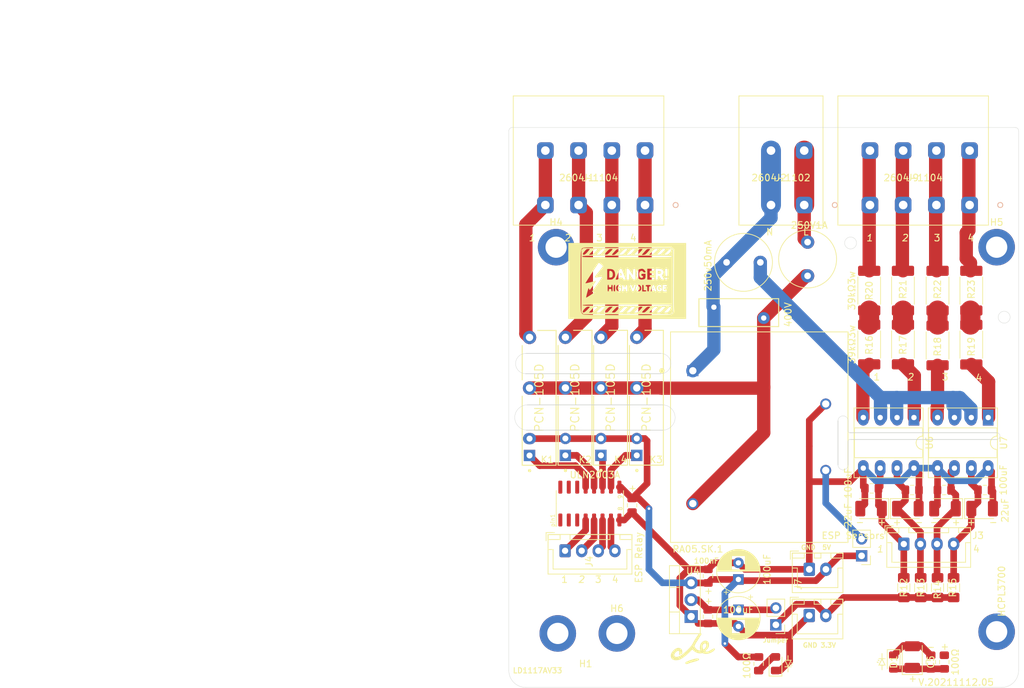
<source format=kicad_pcb>
(kicad_pcb (version 20171130) (host pcbnew "(5.1.12)-1")
  (layers (0 F.Cu signal) (31 B.Cu signal) (34 B.Paste user hide) (35 F.Paste user hide) (36 B.SilkS user) (37 F.SilkS user) (38 B.Mask user hide) (39 F.Mask user) (44 Edge.Cuts user))
  (net 0 "")
  (net 1 "220VAC(L)")
  (net 2 "220VAC(N)")
  (net 3 5V+)
  (net 4 3.3V+)
  (net 5 Sens4)
  (net 6 Sens3)
  (net 7 Sens2)
  (net 8 Sens1)
  (net 9 REO4)
  (net 10 REO3)
  (net 11 REO2)
  (net 12 REO1)
  (net 13 "GND(5V)")
  (net 14 REI1)
  (net 15 REI2)
  (net 16 REI3)
  (net 17 REI4)
  (net 18 EspSens1)
  (net 19 EspSens2)
  (net 20 EspSens3)
  (net 21 EspSens4)
  (net 22 EspRel1)
  (net 23 EspRel2)
  (net 24 EspRel3)
  (net 25 EspRel4)
  (net 26 "Net-(100uF_2-Pad1)")
  (net 27 "Net-(R16-Pad2)")
  (net 28 L_IN)
  (net 29 N_IN)
  (net 30 "Net-(C5-Pad2)")
  (net 31 "Net-(C5-Pad1)")
  (net 32 "Net-(D2-Pad2)")
  (net 33 "Net-(J8-Pad2)")
  (net 34 "Net-(R16-Pad1)")
  (net 35 "Net-(R17-Pad2)")
  (net 36 "Net-(R17-Pad1)")
  (net 37 "Net-(R18-Pad2)")
  (net 38 "Net-(R18-Pad1)")
  (net 39 "Net-(R19-Pad2)")
  (net 40 "Net-(R19-Pad1)")
  (net 41 "Net-(H5-Pad1)")
  (module Package_DIP:DIP-8_W7.62mm_Socket_LongPads (layer F.Cu) (at 197.2945 111.0615 270)
    (fp_text reference U7 (at 3.81 -2.33 90) (layer F.SilkS))
    (fp_text value LDA210-PDIP)
    (pad 8 thru_hole oval (at 7.62 0 270) (size 2.4 1.6) (drill 0.8) (layers *.Cu *.Mask) (net 13 "GND(5V)"))
    (pad 4 thru_hole oval (at 0 7.62 270) (size 2.4 1.6) (drill 0.8) (layers *.Cu *.Mask) (net 37 "Net-(R18-Pad2)"))
    (pad 7 thru_hole oval (at 7.62 2.54 270) (size 2.4 1.6) (drill 0.8) (layers *.Cu *.Mask) (net 21 EspSens4))
    (pad 3 thru_hole oval (at 0 5.08 270) (size 2.4 1.6) (drill 0.8) (layers *.Cu *.Mask) (net 2 "220VAC(N)"))
    (pad 6 thru_hole oval (at 7.62 5.08 270) (size 2.4 1.6) (drill 0.8) (layers *.Cu *.Mask) (net 20 EspSens3))
    (pad 2 thru_hole oval (at 0 2.54 270) (size 2.4 1.6) (drill 0.8) (layers *.Cu *.Mask) (net 2 "220VAC(N)"))
    (pad 5 thru_hole oval (at 7.62 7.62 270) (size 2.4 1.6) (drill 0.8) (layers *.Cu *.Mask) (net 13 "GND(5V)"))
    (pad 1 thru_hole rect (at 0 0 270) (size 2.4 1.6) (drill 0.8) (layers *.Cu *.Mask) (net 39 "Net-(R19-Pad2)"))
  )
  (module Package_DIP:DIP-8_W7.62mm_Socket_LongPads (layer F.Cu) (at 186.1185 111.0615 270)
    (fp_text reference U6 (at 3.81 -2.33 90) (layer F.SilkS))
    (fp_text value LDA210-PDIP)
    (pad 8 thru_hole oval (at 7.62 0 270) (size 2.4 1.6) (drill 0.8) (layers *.Cu *.Mask) (net 13 "GND(5V)"))
    (pad 4 thru_hole oval (at 0 7.62 270) (size 2.4 1.6) (drill 0.8) (layers *.Cu *.Mask) (net 27 "Net-(R16-Pad2)"))
    (pad 7 thru_hole oval (at 7.62 2.54 270) (size 2.4 1.6) (drill 0.8) (layers *.Cu *.Mask) (net 19 EspSens2))
    (pad 3 thru_hole oval (at 0 5.08 270) (size 2.4 1.6) (drill 0.8) (layers *.Cu *.Mask) (net 2 "220VAC(N)"))
    (pad 6 thru_hole oval (at 7.62 5.08 270) (size 2.4 1.6) (drill 0.8) (layers *.Cu *.Mask) (net 18 EspSens1))
    (pad 2 thru_hole oval (at 0 2.54 270) (size 2.4 1.6) (drill 0.8) (layers *.Cu *.Mask) (net 2 "220VAC(N)"))
    (pad 5 thru_hole oval (at 7.62 7.62 270) (size 2.4 1.6) (drill 0.8) (layers *.Cu *.Mask) (net 13 "GND(5V)"))
    (pad 1 thru_hole rect (at 0 0 270) (size 2.4 1.6) (drill 0.8) (layers *.Cu *.Mask) (net 35 "Net-(R17-Pad2)"))
  )
  (module Resistor_SMD:R_2512_6332Metric_Pad1.52x3.35mm_HandSolder (layer F.Cu) (at 194.7545 91.951 270)
    (fp_text reference R23 (at -0.1935 0 90) (layer F.SilkS))
    (fp_text value 39kΩ3w)
    (pad 2 smd roundrect (at 2.9875 0 270) (size 1.525 3.35) (layers F.Cu F.Paste F.Mask) (roundrect_rratio 0.163934) (net 40 "Net-(R19-Pad1)"))
    (pad 1 smd roundrect (at -2.9875 0 270) (size 1.525 3.35) (layers F.Cu F.Paste F.Mask) (roundrect_rratio 0.163934) (net 5 Sens4))
  )
  (module Resistor_SMD:R_2512_6332Metric_Pad1.52x3.35mm_HandSolder (layer F.Cu) (at 189.6745 91.951 270)
    (fp_text reference R22 (at -0.1935 0 90) (layer F.SilkS))
    (fp_text value 39kΩ3w)
    (pad 2 smd roundrect (at 2.9875 0 270) (size 1.525 3.35) (layers F.Cu F.Paste F.Mask) (roundrect_rratio 0.163934) (net 38 "Net-(R18-Pad1)"))
    (pad 1 smd roundrect (at -2.9875 0 270) (size 1.525 3.35) (layers F.Cu F.Paste F.Mask) (roundrect_rratio 0.163934) (net 6 Sens3))
  )
  (module Resistor_SMD:R_2512_6332Metric_Pad1.52x3.35mm_HandSolder (layer F.Cu) (at 194.7545 100.079 270)
    (fp_text reference R19 (at 0.3145 0 90) (layer F.SilkS))
    (fp_text value 39kΩ3w)
    (pad 2 smd roundrect (at 2.9875 0 270) (size 1.525 3.35) (layers F.Cu F.Paste F.Mask) (roundrect_rratio 0.163934) (net 39 "Net-(R19-Pad2)"))
    (pad 1 smd roundrect (at -2.9875 0 270) (size 1.525 3.35) (layers F.Cu F.Paste F.Mask) (roundrect_rratio 0.163934) (net 40 "Net-(R19-Pad1)"))
  )
  (module Resistor_SMD:R_2512_6332Metric_Pad1.52x3.35mm_HandSolder (layer F.Cu) (at 189.6745 100.206 270)
    (fp_text reference R18 (at 0.1875 0 90) (layer F.SilkS))
    (fp_text value 39kΩ3w)
    (pad 2 smd roundrect (at 2.9875 0 270) (size 1.525 3.35) (layers F.Cu F.Paste F.Mask) (roundrect_rratio 0.163934) (net 37 "Net-(R18-Pad2)"))
    (pad 1 smd roundrect (at -2.9875 0 270) (size 1.525 3.35) (layers F.Cu F.Paste F.Mask) (roundrect_rratio 0.163934) (net 38 "Net-(R18-Pad1)"))
  )
  (module Resistor_SMD:R_1206_3216Metric_Pad1.42x1.75mm_HandSolder (layer F.Cu) (at 192.0875 136.679 270)
    (fp_text reference R15 (at 0 0.127 90) (layer F.SilkS))
    (fp_text value 10kΩ)
    (pad 2 smd roundrect (at 1.4875 0 270) (size 1.425 1.75) (layers F.Cu F.Paste F.Mask) (roundrect_rratio 0.175439) (net 4 3.3V+))
    (pad 1 smd roundrect (at -1.4875 0 270) (size 1.425 1.75) (layers F.Cu F.Paste F.Mask) (roundrect_rratio 0.175439) (net 21 EspSens4))
  )
  (module Resistor_SMD:R_1206_3216Metric_Pad1.42x1.75mm_HandSolder (layer F.Cu) (at 189.6745 136.679 90)
    (fp_text reference R14 (at -0.2905 0 90) (layer F.SilkS))
    (fp_text value 10kΩ)
    (pad 2 smd roundrect (at 1.4875 0 90) (size 1.425 1.75) (layers F.Cu F.Paste F.Mask) (roundrect_rratio 0.175439) (net 20 EspSens3))
    (pad 1 smd roundrect (at -1.4875 0 90) (size 1.425 1.75) (layers F.Cu F.Paste F.Mask) (roundrect_rratio 0.175439) (net 4 3.3V+))
  )
  (module Capacitor_Tantalum_SMD:CP_EIA-3528-21_Kemet-B_Pad1.50x2.35mm_HandSolder (layer F.Cu) (at 196.3795 124.7775)
    (fp_text reference C14 hide)
    (fp_text value 22uF (at 3.455 0.254 270) (layer F.SilkS))
    (fp_text user + (at -1.625 2.032) (layer F.SilkS))
    (fp_text user - (at 1.677 2.032) (layer F.SilkS))
    (pad 2 smd roundrect (at 1.625 0) (size 1.5 2.35) (layers F.Cu F.Paste F.Mask) (roundrect_rratio 0.166667) (net 13 "GND(5V)"))
    (pad 1 smd roundrect (at -1.625 0) (size 1.5 2.35) (layers F.Cu F.Paste F.Mask) (roundrect_rratio 0.166667) (net 21 EspSens4))
  )
  (module Capacitor_Tantalum_SMD:CP_EIA-3528-21_Kemet-B_Pad1.50x2.35mm_HandSolder (layer F.Cu) (at 190.7915 124.7775 180)
    (fp_text reference C13 hide)
    (fp_text value 22uF hide)
    (fp_text user + (at -1.677 -2.032 180) (layer F.SilkS))
    (fp_text user - (at 1.625 -2.032 180) (layer F.SilkS))
    (pad 2 smd roundrect (at 1.625 0 180) (size 1.5 2.35) (layers F.Cu F.Paste F.Mask) (roundrect_rratio 0.166667) (net 13 "GND(5V)"))
    (pad 1 smd roundrect (at -1.625 0 180) (size 1.5 2.35) (layers F.Cu F.Paste F.Mask) (roundrect_rratio 0.166667) (net 20 EspSens3))
  )
  (module Capacitor_SMD:C_0805_2012Metric_Pad1.15x1.40mm_HandSolder (layer F.Cu) (at 196.7775 121.9835)
    (fp_text reference C10 hide)
    (fp_text value 100uF (at 2.803 -1.524 90) (layer F.SilkS))
    (pad 2 smd roundrect (at 1.025 0) (size 1.15 1.4) (layers F.Cu F.Paste F.Mask) (roundrect_rratio 0.217391) (net 13 "GND(5V)"))
    (pad 1 smd roundrect (at -1.025 0) (size 1.15 1.4) (layers F.Cu F.Paste F.Mask) (roundrect_rratio 0.217391) (net 21 EspSens4))
  )
  (module Capacitor_SMD:C_0805_2012Metric_Pad1.15x1.40mm_HandSolder (layer F.Cu) (at 190.6815 121.9835 180)
    (fp_text reference C9 hide)
    (fp_text value 100uF)
    (pad 2 smd roundrect (at 1.025 0 180) (size 1.15 1.4) (layers F.Cu F.Paste F.Mask) (roundrect_rratio 0.217391) (net 13 "GND(5V)"))
    (pad 1 smd roundrect (at -1.025 0 180) (size 1.15 1.4) (layers F.Cu F.Paste F.Mask) (roundrect_rratio 0.217391) (net 20 EspSens3))
  )
  (module Capacitor_SMD:C_0805_2012Metric_Pad1.15x1.40mm_HandSolder (layer F.Cu) (at 185.8555 121.9835)
    (fp_text reference C8 hide)
    (fp_text value 100uF)
    (pad 2 smd roundrect (at 1.025 0) (size 1.15 1.4) (layers F.Cu F.Paste F.Mask) (roundrect_rratio 0.217391) (net 13 "GND(5V)"))
    (pad 1 smd roundrect (at -1.025 0) (size 1.15 1.4) (layers F.Cu F.Paste F.Mask) (roundrect_rratio 0.217391) (net 19 EspSens2))
  )
  (module Capacitor_SMD:C_0805_2012Metric_Pad1.15x1.40mm_HandSolder (layer F.Cu) (at 179.7595 121.7295 180)
    (fp_text reference C7 hide)
    (fp_text value 100uF (at 3.547 0.762 270) (layer F.SilkS))
    (pad 2 smd roundrect (at 1.025 0 180) (size 1.15 1.4) (layers F.Cu F.Paste F.Mask) (roundrect_rratio 0.217391) (net 13 "GND(5V)"))
    (pad 1 smd roundrect (at -1.025 0 180) (size 1.15 1.4) (layers F.Cu F.Paste F.Mask) (roundrect_rratio 0.217391) (net 18 EspSens1))
  )
  (module MountingHole:MountingHole_3.2mm_M3_ISO14580_Pad (layer F.Cu) (at 141.4145 143.5735)
    (fp_text reference H6 (at 0 -3.75) (layer F.SilkS))
    (fp_text value MountingHole_Pad)
    (pad 1 thru_hole circle (at 0 0) (size 5.5 5.5) (drill 3.2) (layers *.Cu *.Mask))
  )
  (module MountingHole:MountingHole_3.2mm_M3_ISO14580_Pad (layer F.Cu) (at 198.5645 85.4075)
    (fp_text reference H5 (at 0 -3.75) (layer F.SilkS))
    (fp_text value MountingHole_Pad)
    (pad 1 thru_hole circle (at 0 0) (size 5.5 5.5) (drill 3.2) (layers *.Cu *.Mask) (net 41 "Net-(H5-Pad1)"))
  )
  (module MountingHole:MountingHole_3.2mm_M3_ISO14580_Pad (layer F.Cu) (at 132.2705 85.4075)
    (fp_text reference H4 (at 0 -3.75) (layer F.SilkS))
    (fp_text value MountingHole_Pad)
    (pad 1 thru_hole circle (at 0 0) (size 5.5 5.5) (drill 3.2) (layers *.Cu *.Mask))
  )
  (module wago-2604-1104:big_pads_2604-1104 (layer F.Cu) (at 194.5005 79.0575 180)
    (fp_text reference J9 (at 8.499998 4.099999) (layer F.SilkS))
    (fp_text value 2604-1104 (at 8.499998 4.099999) (layer F.SilkS))
    (fp_text user * (at 0 0) (layer F.SilkS))
    (pad 1 thru_hole roundrect (at 0 0 180) (size 2.5 2.5) (drill 1.2954) (layers *.Cu *.Mask) (net 5 Sens4))
    (pad 3 thru_hole roundrect (at 5 0 180) (size 2.5 2.5) (drill 1.2954) (layers *.Cu *.Mask) (net 6 Sens3))
    (pad 5 thru_hole roundrect (at 10 0 180) (size 2.5 2.5) (drill 1.2954) (layers *.Cu *.Mask) (net 7 Sens2))
    (pad 7 thru_hole roundrect (at 15 0 180) (size 2.5 2.5) (drill 1.2954) (layers *.Cu *.Mask) (net 8 Sens1))
    (pad 2 thru_hole roundrect (at 0 8.199999 180) (size 2.5 2.5) (drill 1.2954) (layers *.Cu *.Mask) (net 5 Sens4))
    (pad 4 thru_hole roundrect (at 5 8.199999 180) (size 2.5 2.5) (drill 1.2954) (layers *.Cu *.Mask) (net 6 Sens3))
    (pad 6 thru_hole roundrect (at 10 8.199999 180) (size 2.5 2.5) (drill 1.2954) (layers *.Cu *.Mask) (net 7 Sens2))
    (pad 8 thru_hole roundrect (at 15 8.199999 180) (size 2.5 2.5) (drill 1.2954) (layers *.Cu *.Mask) (net 8 Sens1))
  )
  (module wago-2604-1102:big_pads_2604-1102 (layer F.Cu) (at 169.6085 79.0575 180)
    (fp_text reference J2 (at 3.499998 4.099999) (layer F.SilkS))
    (fp_text value 2604-1102 (at 3.499998 4.099999) (layer F.SilkS))
    (fp_text user * (at 0 0) (layer F.SilkS))
    (pad 1 thru_hole roundrect (at 0 0 180) (size 2.5 2.5) (drill 1.2954) (layers *.Cu *.Mask) (net 28 L_IN))
    (pad 3 thru_hole roundrect (at 5 0 180) (size 2.5 2.5) (drill 1.2954) (layers *.Cu *.Mask) (net 29 N_IN))
    (pad 2 thru_hole roundrect (at 0 8.199999 180) (size 2.5 2.5) (drill 1.2954) (layers *.Cu *.Mask) (net 28 L_IN))
    (pad 4 thru_hole roundrect (at 5 8.199999 180) (size 2.5 2.5) (drill 1.2954) (layers *.Cu *.Mask) (net 29 N_IN))
  )
  (module wago-2604-1104:big_pads_2604-1104 (layer F.Cu) (at 145.6525 79.0575 180)
    (fp_text reference J1 (at 8.499998 4.099999) (layer F.SilkS))
    (fp_text value 2604-1104 (at 8.499998 4.099999) (layer F.SilkS))
    (fp_text user * (at 0 0) (layer F.SilkS))
    (pad 1 thru_hole roundrect (at 0 0 180) (size 2.5 2.5) (drill 1.2954) (layers *.Cu *.Mask) (net 9 REO4))
    (pad 3 thru_hole roundrect (at 5 0 180) (size 2.5 2.5) (drill 1.2954) (layers *.Cu *.Mask) (net 10 REO3))
    (pad 5 thru_hole roundrect (at 10 0 180) (size 2.5 2.5) (drill 1.2954) (layers *.Cu *.Mask) (net 11 REO2))
    (pad 7 thru_hole roundrect (at 15 0 180) (size 2.5 2.5) (drill 1.2954) (layers *.Cu *.Mask) (net 12 REO1))
    (pad 2 thru_hole roundrect (at 0 8.199999 180) (size 2.5 2.5) (drill 1.2954) (layers *.Cu *.Mask) (net 9 REO4))
    (pad 4 thru_hole roundrect (at 5 8.199999 180) (size 2.5 2.5) (drill 1.2954) (layers *.Cu *.Mask) (net 10 REO3))
    (pad 6 thru_hole roundrect (at 10 8.199999 180) (size 2.5 2.5) (drill 1.2954) (layers *.Cu *.Mask) (net 11 REO2))
    (pad 8 thru_hole roundrect (at 15 8.199999 180) (size 2.5 2.5) (drill 1.2954) (layers *.Cu *.Mask) (net 12 REO1))
  )
  (module PCN:bigpads_TE_Connectivity-PCN-124D (layer F.Cu) (at 129.72 108.096499 90)
    (fp_text reference K1 (at -9.315001 2.2965) (layer F.SilkS) (effects (justify right)))
    (fp_text value PCN-105D (at 0 0 90) (layer F.SilkS) (effects (font (size 1.27 1.27))))
    (pad A1 thru_hole rect (at -8.680001 -1.45 90) (size 1.7 1.7) (drill 0.9) (layers *.Cu *.Mask) (net 14 REI1))
    (pad A2 thru_hole oval (at -6.140001 -1.45 90) (size 1.7 1.95) (drill 0.9) (layers *.Cu *.Mask) (net 3 5V+))
    (pad 14 thru_hole circle (at 1.479999 -1.45 90) (size 2 2) (drill 1.1) (layers *.Cu *.Mask) (net 1 "220VAC(L)"))
    (pad 11 thru_hole circle (at 9.099999 -1.45 90) (size 2 2) (drill 1.1) (layers *.Cu *.Mask) (net 12 REO1))
  )
  (module PCN:bigpads_TE_Connectivity-PCN-124D (layer F.Cu) (at 145.8595 108.077 90)
    (fp_text reference K3 (at -9.3345 0.381 180) (layer F.SilkS) (effects (justify left)))
    (fp_text value PCN-105D (at 0 0 90) (layer F.SilkS) (effects (font (size 1.27 1.27))))
    (pad A1 thru_hole rect (at -8.680001 -1.45 90) (size 1.7 1.7) (drill 0.9) (layers *.Cu *.Mask) (net 17 REI4))
    (pad A2 thru_hole circle (at -6.140001 -1.45 90) (size 1.7 1.7) (drill 0.9) (layers *.Cu *.Mask) (net 3 5V+))
    (pad 14 thru_hole circle (at 1.479999 -1.45 90) (size 2 2) (drill 1.1) (layers *.Cu *.Mask) (net 1 "220VAC(L)"))
    (pad 11 thru_hole circle (at 9.099999 -1.45 90) (size 2 2) (drill 1.1) (layers *.Cu *.Mask) (net 9 REO4))
  )
  (module PCN:bigpads_TE_Connectivity-PCN-124D (layer F.Cu) (at 140.462 108.077 90)
    (fp_text reference K4 (at -9.3345 0.4445 180) (layer F.SilkS) (effects (justify left)))
    (fp_text value PCN-105D (at 0 0 90) (layer F.SilkS) (effects (font (size 1.27 1.27))))
    (pad A1 thru_hole rect (at -8.680001 -1.45 90) (size 1.7 1.7) (drill 0.9) (layers *.Cu *.Mask) (net 16 REI3))
    (pad A2 thru_hole circle (at -6.140001 -1.45 90) (size 1.7 1.7) (drill 0.9) (layers *.Cu *.Mask) (net 3 5V+))
    (pad 14 thru_hole circle (at 1.479999 -1.45 90) (size 2 2) (drill 1.1) (layers *.Cu *.Mask) (net 1 "220VAC(L)"))
    (pad 11 thru_hole circle (at 9.099999 -1.45 90) (size 2 2) (drill 1.1) (layers *.Cu *.Mask) (net 10 REO3))
  )
  (module PCN:bigpads_TE_Connectivity-PCN-124D (layer F.Cu) (at 135.1175 108.077 90)
    (fp_text reference K2 (at -9.3345 0.455 180) (layer F.SilkS) (effects (justify left)))
    (fp_text value PCN-105D (at 0 0 90) (layer F.SilkS) (effects (font (size 1.27 1.27))))
    (pad A1 thru_hole rect (at -8.680001 -1.45 90) (size 1.7 1.7) (drill 0.9) (layers *.Cu *.Mask) (net 15 REI2))
    (pad A2 thru_hole circle (at -6.140001 -1.45 90) (size 1.7 1.7) (drill 0.9) (layers *.Cu *.Mask) (net 3 5V+))
    (pad 14 thru_hole circle (at 1.479999 -1.45 90) (size 2 2) (drill 1.1) (layers *.Cu *.Mask) (net 1 "220VAC(L)"))
    (pad 11 thru_hole circle (at 9.099999 -1.45 90) (size 2 2) (drill 1.1) (layers *.Cu *.Mask) (net 11 REO2))
  )
  (module icons:led_6000dpi (layer F.Cu) (at 181.1655 147.828 90)
    (fp_text reference G*** hide)
    (fp_text value LOGO hide)
  )
  (module Resistor_SMD:R_0805_2012Metric_Pad1.15x1.40mm_HandSolder (layer F.Cu) (at 190.6905 147.8825 90)
    (fp_text reference R9)
    (fp_text value 100Ω (at 0 1.65 90) (layer F.SilkS))
    (fp_text user + (at 2.277 0 90) (layer F.SilkS))
    (pad 2 smd roundrect (at 1.025 0 90) (size 1.15 1.4) (layers F.Cu F.Paste F.Mask) (roundrect_rratio 0.217391))
    (pad 1 smd roundrect (at -1.025 0 90) (size 1.15 1.4) (layers F.Cu F.Paste F.Mask) (roundrect_rratio 0.217391) (net 31 "Net-(C5-Pad1)"))
  )
  (module LED_SMD:LED_0805_2012Metric_Pad1.15x1.40mm_HandSolder (layer F.Cu) (at 183.0705 147.8825 270)
    (fp_text reference D1 (at 0 0 90) (layer F.SilkS))
    (fp_text value LED)
    (pad 2 smd roundrect (at 1.025 0 270) (size 1.15 1.4) (layers F.Cu F.Paste F.Mask) (roundrect_rratio 0.217391) (net 31 "Net-(C5-Pad1)"))
    (pad 1 smd roundrect (at -1.025 0 270) (size 1.15 1.4) (layers F.Cu F.Paste F.Mask) (roundrect_rratio 0.217391) (net 30 "Net-(C5-Pad2)"))
  )
  (module Capacitor_Tantalum_SMD:CP_EIA-3528-21_Kemet-B_Pad1.50x2.35mm_HandSolder (layer F.Cu) (at 185.8645 147.1295 90)
    (fp_text reference C6)
    (fp_text value 22uF)
    (fp_text user + (at -3.302 0 270) (layer F.SilkS))
    (pad 2 smd roundrect (at 1.625 0 90) (size 1.5 2.35) (layers F.Cu F.Paste F.Mask) (roundrect_rratio 0.166667) (net 30 "Net-(C5-Pad2)"))
    (pad 1 smd roundrect (at -1.625 0 90) (size 1.5 2.35) (layers F.Cu F.Paste F.Mask) (roundrect_rratio 0.166667) (net 31 "Net-(C5-Pad1)"))
  )
  (module Capacitor_SMD:C_0805_2012Metric_Pad1.15x1.40mm_HandSolder (layer F.Cu) (at 188.6585 147.8825 90)
    (fp_text reference C5 (at 0 0 90) (layer F.SilkS))
    (fp_text value 100nF)
    (fp_text user - (at 2.277 0 180) (layer F.SilkS))
    (pad 2 smd roundrect (at 1.025 0 90) (size 1.15 1.4) (layers F.Cu F.Paste F.Mask) (roundrect_rratio 0.217391) (net 30 "Net-(C5-Pad2)"))
    (pad 1 smd roundrect (at -1.025 0 90) (size 1.15 1.4) (layers F.Cu F.Paste F.Mask) (roundrect_rratio 0.217391) (net 31 "Net-(C5-Pad1)"))
  )
  (module Capacitor_SMD:C_0805_2012Metric_Pad1.15x1.40mm_HandSolder (layer F.Cu) (at 155.1305 134.9465 90)
    (fp_text reference C2)
    (fp_text value 100nF (at 2.295 -0.254 180) (layer F.SilkS) (effects (font (size 0.8 0.8))))
    (fp_text user + (at -2.277 0 270) (layer F.SilkS))
    (pad 2 smd roundrect (at 1.025 0 90) (size 1.15 1.4) (layers F.Cu F.Paste F.Mask) (roundrect_rratio 0.217391) (net 13 "GND(5V)"))
    (pad 1 smd roundrect (at -1.025 0 90) (size 1.15 1.4) (layers F.Cu F.Paste F.Mask) (roundrect_rratio 0.217391) (net 3 5V+))
  )
  (module Capacitor_SMD:C_0805_2012Metric_Pad1.15x1.40mm_HandSolder (layer F.Cu) (at 155.1305 141.0425 270)
    (fp_text reference C3)
    (fp_text value 100nF)
    (fp_text user + (at -2.295 0 270) (layer F.SilkS))
    (pad 2 smd roundrect (at 1.025 0 270) (size 1.15 1.4) (layers F.Cu F.Paste F.Mask) (roundrect_rratio 0.217391) (net 13 "GND(5V)"))
    (pad 1 smd roundrect (at -1.025 0 270) (size 1.15 1.4) (layers F.Cu F.Paste F.Mask) (roundrect_rratio 0.217391) (net 26 "Net-(100uF_2-Pad1)"))
  )
  (module Capacitor_THT:CP_Radial_D6.3mm_P2.50mm (layer F.Cu) (at 159.7025 140.0175 270)
    (fp_text reference 100uF_2 hide)
    (fp_text value 100uF hide)
    (fp_text user 100uF (at 0 0) (layer F.SilkS))
    (pad 2 thru_hole circle (at 2.5 0 270) (size 1.6 1.6) (drill 0.8) (layers *.Cu *.Mask) (net 13 "GND(5V)"))
    (pad 1 thru_hole rect (at 0 0 270) (size 1.6 1.6) (drill 0.8) (layers *.Cu *.Mask) (net 26 "Net-(100uF_2-Pad1)"))
  )
  (module Capacitor_THT:CP_Radial_D6.3mm_P2.50mm (layer F.Cu) (at 159.7025 135.4455 90)
    (fp_text reference 100uF_1 hide)
    (fp_text value 100uF hide)
    (fp_text user 100uF (at 1.524 4.318 270) (layer F.SilkS))
    (pad 2 thru_hole circle (at 2.5 0 90) (size 1.6 1.6) (drill 0.8) (layers *.Cu *.Mask) (net 13 "GND(5V)"))
    (pad 1 thru_hole rect (at 0 0 90) (size 1.6 1.6) (drill 0.8) (layers *.Cu *.Mask) (net 3 5V+))
  )
  (module Package_TO_SOT_THT:TO-220-3_Vertical (layer F.Cu) (at 152.5905 141.0335 90)
    (fp_text reference U4 (at 6.858 0.254 180) (layer F.SilkS))
    (fp_text value LD1117AV33_TO220)
    (pad 3 thru_hole oval (at 5.08 0 90) (size 1.905 2) (drill 1.1) (layers *.Cu *.Mask) (net 3 5V+))
    (pad 2 thru_hole oval (at 2.54 0 90) (size 1.905 2) (drill 1.1) (layers *.Cu *.Mask) (net 26 "Net-(100uF_2-Pad1)"))
    (pad 1 thru_hole rect (at 0 0 90) (size 1.905 2) (drill 1.1) (layers *.Cu *.Mask) (net 13 "GND(5V)"))
  )
  (module Connector_JST:JST_XH_B4B-XH-A_1x04_P2.50mm_Vertical (layer F.Cu) (at 184.5945 130.1115)
    (fp_text reference J3 (at 11.176 -1.27 180) (layer F.SilkS))
    (fp_text value "ESP Sensors" (at -7.62 -1.27) (layer F.SilkS))
    (pad 4 thru_hole oval (at 7.5 0) (size 1.7 1.95) (drill 0.95) (layers *.Cu *.Mask) (net 21 EspSens4))
    (pad 3 thru_hole oval (at 5 0) (size 1.7 1.95) (drill 0.95) (layers *.Cu *.Mask) (net 20 EspSens3))
    (pad 2 thru_hole oval (at 2.5 0) (size 1.7 1.95) (drill 0.95) (layers *.Cu *.Mask) (net 19 EspSens2))
    (pad 1 thru_hole roundrect (at 0 0) (size 1.7 1.95) (drill 0.95) (layers *.Cu *.Mask) (roundrect_rratio 0.147059) (net 18 EspSens1))
  )
  (module LED_SMD:LED_0805_2012Metric_Pad1.15x1.40mm_HandSolder (layer F.Cu) (at 165.2905 148.1365 90)
    (fp_text reference D2 hide)
    (fp_text value LED hide)
    (pad 2 smd roundrect (at 1.025 0 90) (size 1.15 1.4) (layers F.Cu F.Paste F.Mask) (roundrect_rratio 0.217391) (net 32 "Net-(D2-Pad2)"))
    (pad 1 smd roundrect (at -1.025 0 90) (size 1.15 1.4) (layers F.Cu F.Paste F.Mask) (roundrect_rratio 0.217391) (net 13 "GND(5V)"))
  )
  (module Resistor_SMD:R_0805_2012Metric_Pad1.15x1.40mm_HandSolder (layer F.Cu) (at 162.7505 148.1455 90)
    (fp_text reference R11 hide)
    (fp_text value 100Ω (at -0.254 -1.778 90) (layer F.SilkS))
    (pad 2 smd roundrect (at 1.025 0 90) (size 1.15 1.4) (layers F.Cu F.Paste F.Mask) (roundrect_rratio 0.217391) (net 3 5V+))
    (pad 1 smd roundrect (at -1.025 0 90) (size 1.15 1.4) (layers F.Cu F.Paste F.Mask) (roundrect_rratio 0.217391) (net 32 "Net-(D2-Pad2)"))
  )
  (module Capacitor_SMD:C_0805_2012Metric_Pad1.15x1.40mm_HandSolder (layer F.Cu) (at 143.7005 124.2785 270)
    (fp_text reference C1)
    (fp_text value 100nF)
    (fp_text user + (at -2.531 0 270) (layer F.SilkS))
    (pad 2 smd roundrect (at 1.025 0 270) (size 1.15 1.4) (layers F.Cu F.Paste F.Mask) (roundrect_rratio 0.217391) (net 13 "GND(5V)"))
    (pad 1 smd roundrect (at -1.025 0 270) (size 1.15 1.4) (layers F.Cu F.Paste F.Mask) (roundrect_rratio 0.217391) (net 3 5V+))
  )
  (module Resistor_SMD:R_1206_3216Metric_Pad1.42x1.75mm_HandSolder (layer F.Cu) (at 187.1345 136.679 270)
    (fp_text reference R13 (at 0.00348 -0.02794 90) (layer F.SilkS))
    (fp_text value 10kΩ)
    (pad 2 smd roundrect (at 1.4875 0 270) (size 1.425 1.75) (layers F.Cu F.Paste F.Mask) (roundrect_rratio 0.175439) (net 4 3.3V+))
    (pad 1 smd roundrect (at -1.4875 0 270) (size 1.425 1.75) (layers F.Cu F.Paste F.Mask) (roundrect_rratio 0.175439) (net 19 EspSens2))
  )
  (module Resistor_SMD:R_1206_3216Metric_Pad1.42x1.75mm_HandSolder (layer F.Cu) (at 184.5945 136.679 90)
    (fp_text reference R12 (at 0 0 90) (layer F.SilkS))
    (fp_text value 10kΩ)
    (pad 2 smd roundrect (at 1.4875 0 90) (size 1.425 1.75) (layers F.Cu F.Paste F.Mask) (roundrect_rratio 0.175439) (net 18 EspSens1))
    (pad 1 smd roundrect (at -1.4875 0 90) (size 1.425 1.75) (layers F.Cu F.Paste F.Mask) (roundrect_rratio 0.175439) (net 4 3.3V+))
  )
  (module icons:led_6000dpi (layer F.Cu) (at 167.3225 148.1455 270)
    (fp_text reference G*** hide)
    (fp_text value LOGO hide)
  )
  (module icons:che (layer F.Cu) (at 152.8445 145.8595)
    (fp_text reference G*** hide)
    (fp_text value LOGO hide)
  )
  (module rac05-05sk:277 (layer F.Cu) (at 162.8445 114.0155)
    (fp_text reference RA05.SK.1 (at -9.238 16.858 180) (layer F.SilkS))
    (fp_text value RAC05.05SK.277)
    (pad 9 thru_hole circle (at 10 -5) (size 1.65 1.65) (drill 1.1) (layers *.Cu *.Mask) (net 13 "GND(5V)"))
    (pad 7 thru_hole circle (at 10 5) (size 1.65 1.65) (drill 1.1) (layers *.Cu *.Mask) (net 33 "Net-(J8-Pad2)"))
    (pad 5 thru_hole circle (at -10 10) (size 1.65 1.65) (drill 1.1) (layers *.Cu *.Mask) (net 1 "220VAC(L)"))
    (pad 1 thru_hole rect (at -10 -10) (size 1.65 1.65) (drill 1.1) (layers *.Cu *.Mask) (net 29 N_IN))
  )
  (module Package_SO:SOIC-16_3.9x9.9mm_P1.27mm (layer F.Cu) (at 137.3505 124.0155 90)
    (fp_text reference U1 hide)
    (fp_text value ULN2003A (at 4.318 0.762) (layer F.SilkS))
    (fp_text user pin1 (at -2.54 -5.588 90) (layer F.SilkS) (effects (font (size 0.6 0.6) (thickness 0.1))))
    (fp_text user 9 (at 1.016 4.572 90) (layer F.SilkS) (effects (font (size 0.6 0.6) (thickness 0.1))))
    (fp_text user 8 (at -0.762 4.572 90) (layer F.SilkS) (effects (font (size 0.6 0.6) (thickness 0.1))))
    (pad 1 smd roundrect (at -2.475 -4.445 90) (size 1.95 0.6) (layers F.Cu F.Paste F.Mask))
    (pad 2 smd roundrect (at -2.475 -3.175 90) (size 1.95 0.6) (layers F.Cu F.Paste F.Mask))
    (pad 3 smd roundrect (at -2.475 -1.905 90) (size 1.95 0.6) (layers F.Cu F.Paste F.Mask))
    (pad 4 smd roundrect (at -2.475 -0.635 90) (size 1.95 0.6) (layers F.Cu F.Paste F.Mask) (net 25 EspRel4))
    (pad 5 smd roundrect (at -2.475 0.635 90) (size 1.95 0.6) (layers F.Cu F.Paste F.Mask) (net 24 EspRel3))
    (pad 6 smd roundrect (at -2.475 1.905 90) (size 1.95 0.6) (layers F.Cu F.Paste F.Mask) (net 23 EspRel2))
    (pad 7 smd roundrect (at -2.475 3.175 90) (size 1.95 0.6) (layers F.Cu F.Paste F.Mask) (net 22 EspRel1))
    (pad 8 smd roundrect (at -2.475 4.445 90) (size 1.95 0.6) (layers F.Cu F.Paste F.Mask) (net 13 "GND(5V)"))
    (pad 9 smd roundrect (at 2.475 4.445 90) (size 1.95 0.6) (layers F.Cu F.Paste F.Mask) (net 3 5V+))
    (pad 10 smd roundrect (at 2.475 3.175 90) (size 1.95 0.6) (layers F.Cu F.Paste F.Mask) (net 17 REI4))
    (pad 11 smd roundrect (at 2.475 1.905 90) (size 1.95 0.6) (layers F.Cu F.Paste F.Mask) (net 16 REI3))
    (pad 12 smd roundrect (at 2.475 0.635 90) (size 1.95 0.6) (layers F.Cu F.Paste F.Mask) (net 15 REI2))
    (pad 13 smd roundrect (at 2.475 -0.635 90) (size 1.95 0.6) (layers F.Cu F.Paste F.Mask) (net 14 REI1))
    (pad 14 smd roundrect (at 2.475 -1.905 90) (size 1.95 0.6) (layers F.Cu F.Paste F.Mask))
    (pad 15 smd roundrect (at 2.475 -3.175 90) (size 1.95 0.6) (layers F.Cu F.Paste F.Mask))
    (pad 16 smd roundrect (at 2.475 -4.445 90) (size 1.95 0.6) (layers F.Cu F.Paste F.Mask))
  )
  (module Capacitor_Tantalum_SMD:CP_EIA-3528-21_Kemet-B_Pad1.50x2.35mm_HandSolder (layer F.Cu) (at 185.2035 124.7775)
    (fp_text reference C12 hide)
    (fp_text value 22uF hide)
    (fp_text user + (at -1.625 2.032) (layer F.SilkS))
    (fp_text user - (at 1.677 2.032) (layer F.SilkS))
    (pad 2 smd roundrect (at 1.625 0) (size 1.5 2.35) (layers F.Cu F.Paste F.Mask) (roundrect_rratio 0.166667) (net 13 "GND(5V)"))
    (pad 1 smd roundrect (at -1.625 0) (size 1.5 2.35) (layers F.Cu F.Paste F.Mask) (roundrect_rratio 0.166667) (net 19 EspSens2))
  )
  (module Capacitor_Tantalum_SMD:CP_EIA-3528-21_Kemet-B_Pad1.50x2.35mm_HandSolder (layer F.Cu) (at 179.6675 124.7775 180)
    (fp_text reference C11 hide)
    (fp_text value 22uF (at 3.455 -1.016 270) (layer F.SilkS))
    (fp_text user + (at -1.625 -2.032 180) (layer F.SilkS))
    (fp_text user - (at 1.677 -2.032 180) (layer F.SilkS))
    (pad 2 smd roundrect (at 1.625 0 180) (size 1.5 2.35) (layers F.Cu F.Paste F.Mask) (roundrect_rratio 0.166667) (net 13 "GND(5V)"))
    (pad 1 smd roundrect (at -1.625 0 180) (size 1.5 2.35) (layers F.Cu F.Paste F.Mask) (roundrect_rratio 0.166667) (net 18 EspSens1))
  )
  (module Fuse:Fuse_Littelfuse_372_D8.50mm (layer F.Cu) (at 157.9245 87.6935)
    (fp_text reference F2 hide)
    (fp_text value 250v50mA (at -2.794 0.508 270) (layer F.SilkS))
    (pad 2 thru_hole circle (at 5.08 0) (size 2 2) (drill 1) (layers *.Cu *.Mask) (net 2 "220VAC(N)"))
    (pad 1 thru_hole circle (at 0 0) (size 2 2) (drill 1) (layers *.Cu *.Mask) (net 29 N_IN))
  )
  (module Resistor_SMD:R_2512_6332Metric_Pad1.52x3.35mm_HandSolder (layer F.Cu) (at 184.4675 91.951 270)
    (fp_text reference R21 (at -0.1935 0 90) (layer F.SilkS))
    (fp_text value 39kΩ3w)
    (pad 2 smd roundrect (at 2.9875 0 270) (size 1.525 3.35) (layers F.Cu F.Paste F.Mask) (roundrect_rratio 0.163934) (net 36 "Net-(R17-Pad1)"))
    (pad 1 smd roundrect (at -2.9875 0 270) (size 1.525 3.35) (layers F.Cu F.Paste F.Mask) (roundrect_rratio 0.163934) (net 7 Sens2))
  )
  (module Resistor_SMD:R_2512_6332Metric_Pad1.52x3.35mm_HandSolder (layer F.Cu) (at 179.3875 91.951 270)
    (fp_text reference R20 (at 0 0 90) (layer F.SilkS))
    (fp_text value 39kΩ3w (at 0 2.62 90) (layer F.SilkS))
    (pad 2 smd roundrect (at 2.9875 0 270) (size 1.525 3.35) (layers F.Cu F.Paste F.Mask) (roundrect_rratio 0.163934) (net 34 "Net-(R16-Pad1)"))
    (pad 1 smd roundrect (at -2.9875 0 270) (size 1.525 3.35) (layers F.Cu F.Paste F.Mask) (roundrect_rratio 0.163934) (net 8 Sens1))
  )
  (module Connector_PinHeader_2.54mm:PinHeader_1x02_P2.54mm_Vertical (layer F.Cu) (at 165.3413 142.2781 180)
    (fp_text reference J5 hide)
    (fp_text value "Current Jumper" hide)
    (fp_text user Jumper (at 0.0508 -2.3114) (layer F.SilkS) (effects (font (size 0.7 0.7))))
    (pad 2 thru_hole oval (at 0 2.54 180) (size 1.7 1.7) (drill 1) (layers *.Cu *.Mask) (net 26 "Net-(100uF_2-Pad1)"))
    (pad 1 thru_hole rect (at 0 0 180) (size 1.7 1.7) (drill 1) (layers *.Cu *.Mask) (net 4 3.3V+))
  )
  (module Connector_JST:JST_XH_B2B-XH-A_1x02_P2.50mm_Vertical (layer F.Cu) (at 170.3597 140.8811)
    (fp_text reference J6 hide)
    (fp_text value "GND 3.3V" (at 1.5348 4.4704) (layer F.SilkS) (effects (font (size 0.7 0.7))))
    (pad 2 thru_hole oval (at 2.5 0) (size 1.7 2) (drill 1) (layers *.Cu *.Mask) (net 4 3.3V+))
    (pad 1 thru_hole roundrect (at 0 0) (size 1.7 2) (drill 1) (layers *.Cu *.Mask) (roundrect_rratio 0.147059) (net 13 "GND(5V)"))
  )
  (module Resistor_SMD:R_2512_6332Metric_Pad1.52x3.35mm_HandSolder (layer F.Cu) (at 179.3875 100.061 270)
    (fp_text reference R16 (at 0.0785 0 90) (layer F.SilkS))
    (fp_text value 39kΩ3w (at 0 2.62 90) (layer F.SilkS))
    (pad 2 smd roundrect (at 2.9875 0 270) (size 1.525 3.35) (layers F.Cu F.Paste F.Mask) (roundrect_rratio 0.163934) (net 27 "Net-(R16-Pad2)"))
    (pad 1 smd roundrect (at -2.9875 0 270) (size 1.525 3.35) (layers F.Cu F.Paste F.Mask) (roundrect_rratio 0.163934) (net 34 "Net-(R16-Pad1)"))
  )
  (module Resistor_SMD:R_2512_6332Metric_Pad1.52x3.35mm_HandSolder (layer F.Cu) (at 184.4675 100.061 270)
    (fp_text reference R17 (at 0.0785 0 90) (layer F.SilkS))
    (fp_text value 39kΩ3w)
    (pad 2 smd roundrect (at 2.9875 0 270) (size 1.525 3.35) (layers F.Cu F.Paste F.Mask) (roundrect_rratio 0.163934) (net 35 "Net-(R17-Pad2)"))
    (pad 1 smd roundrect (at -2.9875 0 270) (size 1.525 3.35) (layers F.Cu F.Paste F.Mask) (roundrect_rratio 0.163934) (net 36 "Net-(R17-Pad1)"))
  )
  (module Connector_PinHeader_2.54mm:PinHeader_1x02_P2.54mm_Vertical (layer F.Cu) (at 178.2445 131.8895 180)
    (fp_text reference J8 hide)
    (fp_text value "Current Jumper" hide)
    (pad 2 thru_hole oval (at 0 2.54 180) (size 1.7 1.7) (drill 1) (layers *.Cu *.Mask) (net 33 "Net-(J8-Pad2)"))
    (pad 1 thru_hole rect (at 0 0 180) (size 1.7 1.7) (drill 1) (layers *.Cu *.Mask) (net 3 5V+))
  )
  (module icons:danger1_negative (layer F.Cu) (at 142.9385 90.4875)
    (fp_text reference G*** hide)
    (fp_text value LOGO hide)
  )
  (module Varistor:RV_Disc_D12mm_W4.2mm_P7.5mm (layer F.Cu) (at 156.0125 94.44217)
    (fp_text reference RV1 hide)
    (fp_text value 400V (at 11.176 1.12533 90) (layer F.SilkS))
    (pad 2 thru_hole circle (at 7.5 1.63333) (size 1.8 1.8) (drill 0.8) (layers *.Cu *.Mask) (net 1 "220VAC(L)"))
    (pad 1 thru_hole circle (at 0 0) (size 1.8 1.8) (drill 0.8) (layers *.Cu *.Mask) (net 29 N_IN))
  )
  (module Connector_JST:JST_XH_B4B-XH-A_1x04_P2.50mm_Vertical (layer F.Cu) (at 133.6205 131.1275)
    (fp_text reference J4 (at 3.6322 1.6256 270) (layer F.SilkS))
    (fp_text value "ESP Relays")
    (pad 4 thru_hole oval (at 7.5 0) (size 1.7 1.95) (drill 0.95) (layers *.Cu *.Mask) (net 22 EspRel1))
    (pad 3 thru_hole oval (at 5 0) (size 1.7 1.95) (drill 0.95) (layers *.Cu *.Mask) (net 23 EspRel2))
    (pad 2 thru_hole oval (at 2.5 0) (size 1.7 1.95) (drill 0.95) (layers *.Cu *.Mask) (net 24 EspRel3))
    (pad 1 thru_hole roundrect (at 0 0) (size 1.7 1.95) (drill 0.95) (layers *.Cu *.Mask) (roundrect_rratio 0.147059) (net 25 EspRel4))
  )
  (module Connector_JST:JST_XH_B2B-XH-A_1x02_P2.50mm_Vertical (layer F.Cu) (at 170.3705 133.9215)
    (fp_text reference J7 (at -1.67322 2.2733 270) (layer F.SilkS))
    (fp_text value Conn_01x02)
    (pad 2 thru_hole oval (at 2.5 0) (size 1.7 2) (drill 1) (layers *.Cu *.Mask) (net 3 5V+))
    (pad 1 thru_hole roundrect (at 0 0) (size 1.7 2) (drill 1) (layers *.Cu *.Mask) (roundrect_rratio 0.147059) (net 13 "GND(5V)"))
  )
  (module MountingHole:MountingHole_3.2mm_M3_ISO14580_Pad (layer F.Cu) (at 198.5645 143.3195)
    (fp_text reference H2 (at 0.254 0) (layer F.SilkS))
    (fp_text value MountingHole_Pad)
    (pad 1 thru_hole circle (at 0 0) (size 5.5 5.5) (drill 3.2) (layers *.Cu *.Mask))
  )
  (module MountingHole:MountingHole_3.2mm_M3_ISO14580_Pad (layer F.Cu) (at 132.5245 143.5735)
    (fp_text reference H1 (at 4.191 4.572) (layer F.SilkS))
    (fp_text value MountingHole_Pad)
    (pad 1 thru_hole circle (at 0 0) (size 5.5 5.5) (drill 3.2) (layers *.Cu *.Mask))
  )
  (module Fuse:Fuse_Littelfuse_372_D8.50mm (layer F.Cu) (at 170.1165 84.6455 270)
    (fp_text reference F1)
    (fp_text value 250V1A (at -2.54 -0.254 180) (layer F.SilkS))
    (pad 2 thru_hole circle (at 5.08 0 270) (size 2 2) (drill 1) (layers *.Cu *.Mask) (net 1 "220VAC(L)"))
    (pad 1 thru_hole circle (at 0 0 270) (size 2 2) (drill 1) (layers *.Cu *.Mask) (net 28 L_IN))
  )
  (gr_line (start 176.2125 113.0935) (end 176.2125 111.5695) (layer Edge.Cuts) (width 0.05))
  (gr_arc (start 176.4665 114.6175) (end 176.4665 114.3635) (angle -90) (layer Edge.Cuts) (width 0.05))
  (gr_arc (start 198.5645 113.8555) (end 198.5645 114.3635) (angle -180) (layer Edge.Cuts) (width 0.05))
  (gr_arc (start 176.4665 113.0935) (end 176.2125 113.0935) (angle -90) (layer Edge.Cuts) (width 0.05))
  (gr_circle (center 176.584475 84.7725) (end 177.219475 84.1375) (layer Edge.Cuts) (width 0.05))
  (gr_arc (start 127.6985 102.9335) (end 127.6985 101.4095) (angle -180) (layer Edge.Cuts) (width 0.05))
  (gr_arc (start 148.0185 102.9335) (end 148.0185 104.4575) (angle -180) (layer Edge.Cuts) (width 0.05))
  (gr_text 3 (at 138.6205 135.4455) (layer F.SilkS) (effects (font (size 1 1))))
  (gr_text 2 (at 136.0805 135.4455) (layer F.SilkS) (effects (font (size 1 1) (thickness 0.15) italic)))
  (gr_text 1 (at 128.6435 84.0105) (layer F.SilkS) (effects (font (size 1 1) (thickness 0.15) italic)))
  (gr_text 2 (at 133.9775 84.0105) (layer F.SilkS) (effects (font (size 1 1) (thickness 0.15) italic)))
  (gr_text 4 (at 143.8835 84.0105) (layer F.SilkS) (effects (font (size 1 1))))
  (gr_text 3 (at 138.8035 84.0105) (layer F.SilkS) (effects (font (size 1 1))))
  (gr_text 1 (at 180.5305 104.9655) (layer F.SilkS) (effects (font (size 1 1))))
  (gr_text 3 (at 190.8175 104.9655) (layer F.SilkS) (effects (font (size 1 1))))
  (gr_text 1 (at 133.5405 135.4455) (layer F.SilkS) (effects (font (size 1 1))))
  (gr_line (start 148.0185 104.4575) (end 127.6985 104.4575) (layer Edge.Cuts) (width 0.1))
  (gr_line (start 127.6985 101.4095) (end 148.0185 101.4095) (layer Edge.Cuts) (width 0.1))
  (gr_arc (start 125.6665 67.8815) (end 125.6665 67.3735) (angle -90) (layer Edge.Cuts) (width 0.05))
  (gr_arc (start 175.4505 118.1735) (end 174.6885 118.1735) (angle -180) (layer Edge.Cuts) (width 0.05))
  (gr_arc (start 175.4505 111.5695) (end 176.2125 111.5695) (angle -180) (layer Edge.Cuts) (width 0.05))
  (gr_line (start 176.2125 114.6175) (end 176.2125 118.1735) (layer Edge.Cuts) (width 0.1))
  (gr_line (start 174.6885 118.1735) (end 174.6885 111.5695) (layer Edge.Cuts) (width 0.1))
  (gr_line (start 176.4665 113.3475) (end 198.5645 113.3475) (layer Edge.Cuts) (width 0.1))
  (gr_line (start 198.5645 114.3635) (end 176.4665 114.3635) (layer Edge.Cuts) (width 0.1))
  (gr_text 4 (at 141.1605 135.4455) (layer F.SilkS) (effects (font (size 1 1))))
  (gr_text 1 (at 181.0385 130.8735) (layer F.SilkS) (effects (font (size 1 1) (thickness 0.15) italic)))
  (gr_text 4 (at 195.5165 130.8735) (layer F.SilkS) (effects (font (size 1 1))))
  (gr_arc (start 148.2725 111.0615) (end 148.2725 112.9665) (angle -180) (layer Edge.Cuts) (width 0.05))
  (gr_text 2 (at 185.6105 104.9655) (layer F.SilkS) (effects (font (size 1 1) (thickness 0.15) italic)))
  (gr_text 4 (at 195.8975 105.0925) (layer F.SilkS) (effects (font (size 1 1))))
  (gr_arc (start 201.3585 67.8815) (end 201.8665 67.8815) (angle -90) (layer Edge.Cuts) (width 0.05))
  (gr_arc (start 199.3265 149.1615) (end 199.3265 151.7015) (angle -90) (layer Edge.Cuts) (width 0.05))
  (gr_arc (start 127.6985 149.1615) (end 125.1585 149.1615) (angle -90) (layer Edge.Cuts) (width 0.05))
  (gr_circle (center 199.698475 95.9485) (end 200.333475 95.3135) (layer Edge.Cuts) (width 0.05))
  (gr_arc (start 127.9525 111.0615) (end 127.9525 109.1565) (angle -175.6167246) (layer Edge.Cuts) (width 0.05))
  (gr_text "ESP Relay" (at 144.7165 132.1435 90) (layer F.SilkS) (effects (font (size 1 1))))
  (gr_text LD1117AV33 (at 129.4765 149.1615) (layer F.SilkS) (effects (font (size 0.8 0.8))))
  (gr_text HCPL3700 (at 199.3265 137.2235 90) (layer F.SilkS) (effects (font (size 1 1))))
  (gr_text L (at 169.3545 83.1215) (layer F.SilkS) (effects (font (size 1 1)) (justify left)))
  (gr_text N (at 165.0365 83.1215) (layer F.SilkS) (effects (font (size 1 1)) (justify right)))
  (gr_text "GND  5V" (at 171.3865 130.6195) (layer F.SilkS) (effects (font (size 0.7 0.7))))
  (gr_text 4 (at 194.6835 84.0105) (layer F.SilkS) (effects (font (size 1 1))))
  (gr_text 3 (at 189.6035 84.0105) (layer F.SilkS) (effects (font (size 1 1))))
  (gr_text 2 (at 184.7775 84.0105) (layer F.SilkS) (effects (font (size 1 1) (thickness 0.15) italic)))
  (gr_text 1 (at 179.4435 84.0105) (layer F.SilkS) (effects (font (size 1 1) (thickness 0.15) italic)))
  (gr_text V.20211112.05 (at 192.4685 150.9395) (layer F.SilkS) (effects (font (size 1 1))))
  (gr_line (start 127.9525 109.1565) (end 148.2725 109.1565) (layer Edge.Cuts) (width 0.1))
  (gr_line (start 148.2725 112.9665) (end 127.806905 112.960928) (layer Edge.Cuts) (width 0.1))
  (gr_line (start 125.1585 149.1615) (end 125.1585 67.8815) (layer Edge.Cuts) (width 0.05))
  (gr_line (start 201.3585 67.3735) (end 125.6665 67.3735) (layer Edge.Cuts) (width 0.05))
  (gr_line (start 199.3265 151.7015) (end 127.6985 151.7015) (layer Edge.Cuts) (width 0.05))
  (gr_line (start 201.8665 149.1615) (end 201.8665 67.8815) (layer Edge.Cuts) (width 0.05))
  (segment (start 144.390001 106.6165) (end 144.4095 106.597001) (width 2) (layer F.Cu) (net 1))
  (segment (start 128.27 106.6165) (end 144.390001 106.6165) (width 2) (layer F.Cu) (net 1))
  (segment (start 169.8625 89.7255) (end 163.5125 96.0755) (width 2) (layer F.Cu) (net 1))
  (segment (start 170.1165 89.7255) (end 169.8625 89.7255) (width 2) (layer F.Cu) (net 1))
  (segment (start 163.5125 113.3475) (end 152.8445 124.0155) (width 2) (layer F.Cu) (net 1))
  (segment (start 163.361499 106.640501) (end 163.5125 106.4895) (width 2) (layer F.Cu) (net 1))
  (segment (start 148.163811 106.640501) (end 163.361499 106.640501) (width 2) (layer F.Cu) (net 1))
  (segment (start 148.120311 106.597001) (end 148.163811 106.640501) (width 2) (layer F.Cu) (net 1))
  (segment (start 144.4095 106.597001) (end 148.120311 106.597001) (width 2) (layer F.Cu) (net 1))
  (segment (start 163.5125 106.4895) (end 163.5125 113.3475) (width 2) (layer F.Cu) (net 1))
  (segment (start 163.5125 96.0755) (end 163.5125 106.4895) (width 2) (layer F.Cu) (net 1))
  (segment (start 194.694499 109.731499) (end 194.694499 111.0615) (width 2) (layer B.Cu) (net 2))
  (segment (start 192.00849 108.06149) (end 193.02449 108.06149) (width 2) (layer B.Cu) (net 2))
  (segment (start 183.518499 108.421499) (end 183.518499 111.0615) (width 2) (layer B.Cu) (net 2))
  (segment (start 183.53051 108.409488) (end 183.518499 108.421499) (width 2) (layer B.Cu) (net 2))
  (segment (start 183.53051 108.06149) (end 183.53051 108.409488) (width 2) (layer B.Cu) (net 2))
  (segment (start 183.53051 108.06149) (end 192.00849 108.06149) (width 2) (layer B.Cu) (net 2))
  (segment (start 181.08649 109.572521) (end 181.09851 109.584541) (width 2) (layer B.Cu) (net 2))
  (segment (start 181.08649 108.06149) (end 181.08649 109.572521) (width 2) (layer B.Cu) (net 2))
  (segment (start 181.09851 109.584541) (end 181.09851 111.0615) (width 2) (layer B.Cu) (net 2))
  (segment (start 181.08649 108.06149) (end 183.53051 108.06149) (width 2) (layer B.Cu) (net 2))
  (segment (start 193.02449 108.06149) (end 193.9925 109.0295) (width 2) (layer B.Cu) (net 2))
  (segment (start 193.9925 109.0295) (end 194.694499 109.731499) (width 2) (layer B.Cu) (net 2))
  (segment (start 192.27451 109.584541) (end 192.27451 111.00149) (width 2) (layer B.Cu) (net 2))
  (segment (start 192.00849 109.318521) (end 192.27451 109.584541) (width 2) (layer B.Cu) (net 2))
  (segment (start 192.00849 108.06149) (end 192.00849 109.318521) (width 2) (layer B.Cu) (net 2))
  (segment (start 163.0045 89.9795) (end 181.08649 108.06149) (width 2) (layer B.Cu) (net 2))
  (segment (start 163.0045 87.6935) (end 163.0045 89.9795) (width 2) (layer B.Cu) (net 2))
  (segment (start 141.9875 121.5405) (end 143.7005 123.2535) (width 1) (layer F.Cu) (net 3))
  (segment (start 141.7955 121.5405) (end 141.9875 121.5405) (width 1) (layer F.Cu) (net 3))
  (segment (start 155.6565 135.4455) (end 155.1305 135.9715) (width 1) (layer F.Cu) (net 3))
  (segment (start 159.7025 135.4455) (end 155.6565 135.4455) (width 1) (layer F.Cu) (net 3))
  (segment (start 152.1005 140.5435) (end 152.0825 140.5255) (width 1) (layer F.Cu) (net 13))
  (segment (start 155.1305 135.9715) (end 152.6085 135.9715) (width 1) (layer F.Cu) (net 3))
  (segment (start 159.87851 135.62151) (end 159.7025 135.4455) (width 1) (layer F.Cu) (net 3))
  (segment (start 171.36401 135.62151) (end 159.87851 135.62151) (width 1) (layer F.Cu) (net 3))
  (segment (start 172.8705 134.11502) (end 171.36401 135.62151) (width 1) (layer F.Cu) (net 3))
  (segment (start 172.8705 133.9215) (end 172.8705 134.11502) (width 1) (layer F.Cu) (net 3))
  (segment (start 128.27 114.2365) (end 144.284569 114.2365) (width 1) (layer F.Cu) (net 3))
  (segment (start 145.959501 120.994499) (end 143.7005 123.2535) (width 1) (layer F.Cu) (net 3))
  (segment (start 145.959501 114.564921) (end 145.959501 120.994499) (width 1) (layer F.Cu) (net 3))
  (segment (start 145.611581 114.217001) (end 145.959501 114.564921) (width 1) (layer F.Cu) (net 3))
  (segment (start 144.4095 114.217001) (end 145.611581 114.217001) (width 1) (layer F.Cu) (net 3))
  (segment (start 174.9025 131.8895) (end 172.8705 133.9215) (width 1) (layer F.Cu) (net 3))
  (segment (start 178.2445 131.8895) (end 174.9025 131.8895) (width 1) (layer F.Cu) (net 3))
  (segment (start 152.5905 135.9535) (end 148.2725 135.9535) (width 1) (layer B.Cu) (net 3))
  (segment (start 148.2725 135.9535) (end 146.2405 133.9215) (width 1) (layer B.Cu) (net 3))
  (via (at 146.2405 124.7775) (size 0.8) (drill 0.4) (layers F.Cu B.Cu) (net 3))
  (segment (start 146.2405 133.9215) (end 146.2405 124.7775) (width 1) (layer B.Cu) (net 3))
  (segment (start 144.7165 123.2535) (end 143.7005 123.2535) (width 1) (layer F.Cu) (net 3))
  (segment (start 146.2405 124.7775) (end 144.7165 123.2535) (width 1) (layer F.Cu) (net 3))
  (via (at 157.6705 145.0975) (size 0.8) (drill 0.4) (layers F.Cu B.Cu) (net 3))
  (segment (start 159.6935 147.1205) (end 157.6705 145.0975) (width 1) (layer F.Cu) (net 3))
  (segment (start 162.7505 147.1205) (end 159.6935 147.1205) (width 1) (layer F.Cu) (net 3))
  (segment (start 157.6705 137.4775) (end 159.7025 135.4455) (width 1) (layer B.Cu) (net 3))
  (segment (start 157.6705 145.0975) (end 157.6705 137.4775) (width 1) (layer B.Cu) (net 3))
  (segment (start 168.43831 139.18109) (end 165.3413 142.2781) (width 1) (layer F.Cu) (net 4))
  (segment (start 171.35321 139.18109) (end 168.43831 139.18109) (width 1) (layer F.Cu) (net 4))
  (segment (start 172.8597 140.68758) (end 171.35321 139.18109) (width 1) (layer F.Cu) (net 4))
  (segment (start 172.8597 140.8811) (end 172.8597 140.68758) (width 1) (layer F.Cu) (net 4))
  (segment (start 172.8597 140.8811) (end 172.8597 140.8303) (width 1) (layer F.Cu) (net 4))
  (segment (start 175.5235 138.1665) (end 192.0875 138.1665) (width 1) (layer F.Cu) (net 4))
  (segment (start 172.8597 140.8303) (end 175.5235 138.1665) (width 1) (layer F.Cu) (net 4))
  (segment (start 193.9925 87.131134) (end 194.6275 87.766134) (width 2) (layer F.Cu) (net 5))
  (segment (start 193.9925 83.245498) (end 193.9925 87.131134) (width 2) (layer F.Cu) (net 5))
  (segment (start 194.6275 87.766134) (end 194.6275 88.9635) (width 2) (layer F.Cu) (net 5))
  (segment (start 194.3875 82.850498) (end 193.9925 83.245498) (width 2) (layer F.Cu) (net 5))
  (segment (start 194.3875 70.857501) (end 194.3875 82.850498) (width 2) (layer F.Cu) (net 5))
  (segment (start 189.3875 88.8035) (end 189.5475 88.9635) (width 2) (layer F.Cu) (net 6))
  (segment (start 189.3875 70.857501) (end 189.3875 88.8035) (width 2) (layer F.Cu) (net 6))
  (segment (start 184.3875 88.8835) (end 184.4675 88.9635) (width 2) (layer F.Cu) (net 7))
  (segment (start 184.3875 70.857501) (end 184.3875 88.8835) (width 2) (layer F.Cu) (net 7))
  (segment (start 179.3875 70.857501) (end 179.3875 88.9635) (width 2) (layer F.Cu) (net 8))
  (segment (start 145.6525 97.734001) (end 144.4095 98.977001) (width 2) (layer F.Cu) (net 9))
  (segment (start 145.6525 79.0575) (end 145.6525 97.734001) (width 2) (layer F.Cu) (net 9))
  (segment (start 145.6525 70.857501) (end 145.6525 79.0575) (width 2) (layer F.Cu) (net 9))
  (segment (start 140.6525 97.336501) (end 139.012 98.977001) (width 2) (layer F.Cu) (net 10))
  (segment (start 140.6525 79.0575) (end 140.6525 97.336501) (width 2) (layer F.Cu) (net 10))
  (segment (start 140.6525 70.857501) (end 140.6525 79.0575) (width 2) (layer F.Cu) (net 10))
  (segment (start 136.820501 95.824) (end 133.6675 98.977001) (width 2) (layer F.Cu) (net 11))
  (segment (start 136.820501 80.225501) (end 136.820501 95.824) (width 2) (layer F.Cu) (net 11))
  (segment (start 135.6525 79.0575) (end 136.820501 80.225501) (width 2) (layer F.Cu) (net 11))
  (segment (start 135.6525 70.857501) (end 135.6525 79.0575) (width 2) (layer F.Cu) (net 11))
  (segment (start 127.720499 98.446999) (end 128.27 98.9965) (width 2) (layer F.Cu) (net 12))
  (segment (start 127.720499 81.989501) (end 127.720499 98.446999) (width 2) (layer F.Cu) (net 12))
  (segment (start 130.6525 79.0575) (end 127.720499 81.989501) (width 2) (layer F.Cu) (net 12))
  (segment (start 130.6525 70.857501) (end 130.6525 79.0575) (width 2) (layer F.Cu) (net 12))
  (segment (start 142.5135 126.4905) (end 143.7005 125.3035) (width 1) (layer F.Cu) (net 13))
  (segment (start 141.7955 126.4905) (end 142.5135 126.4905) (width 1) (layer F.Cu) (net 13))
  (segment (start 156.1065 132.9455) (end 155.1305 133.9215) (width 1) (layer F.Cu) (net 13))
  (segment (start 159.7025 132.9455) (end 156.1065 132.9455) (width 1) (layer F.Cu) (net 13))
  (segment (start 153.6245 142.0675) (end 155.1305 142.0675) (width 1) (layer F.Cu) (net 13))
  (segment (start 159.2525 142.0675) (end 159.7025 142.5175) (width 1) (layer F.Cu) (net 13))
  (segment (start 155.1305 142.0675) (end 159.2525 142.0675) (width 1) (layer F.Cu) (net 13))
  (segment (start 167.412699 143.828101) (end 170.3597 140.8811) (width 1) (layer F.Cu) (net 13))
  (segment (start 159.7025 142.5175) (end 161.013101 143.828101) (width 1) (layer F.Cu) (net 13))
  (segment (start 160.6785 133.9215) (end 159.7025 132.9455) (width 1) (layer F.Cu) (net 13))
  (segment (start 170.3705 133.9215) (end 160.6785 133.9215) (width 1) (layer F.Cu) (net 13))
  (segment (start 171.9815 109.8785) (end 172.8445 109.0155) (width 1) (layer F.Cu) (net 13))
  (segment (start 170.3705 111.4895) (end 171.9815 109.8785) (width 1) (layer F.Cu) (net 13))
  (segment (start 178.4985 121.4935) (end 178.7345 121.7295) (width 1) (layer F.Cu) (net 13))
  (segment (start 178.4985 118.6815) (end 178.4985 121.4935) (width 1) (layer F.Cu) (net 13))
  (segment (start 178.7345 124.0855) (end 178.0425 124.7775) (width 1) (layer F.Cu) (net 13))
  (segment (start 178.7345 121.7295) (end 178.7345 124.0855) (width 1) (layer F.Cu) (net 13))
  (segment (start 186.8805 124.7255) (end 186.8285 124.7775) (width 1) (layer F.Cu) (net 13))
  (segment (start 186.8805 121.9835) (end 186.8805 124.7255) (width 1) (layer F.Cu) (net 13))
  (segment (start 186.8805 119.4435) (end 186.1185 118.6815) (width 1) (layer F.Cu) (net 13))
  (segment (start 186.8805 121.9835) (end 186.8805 119.4435) (width 1) (layer F.Cu) (net 13))
  (segment (start 189.6745 121.9655) (end 189.6565 121.9835) (width 1) (layer F.Cu) (net 13))
  (segment (start 189.6745 118.6815) (end 189.6745 121.9655) (width 1) (layer F.Cu) (net 13))
  (segment (start 189.6565 124.2875) (end 189.1665 124.7775) (width 1) (layer F.Cu) (net 13))
  (segment (start 189.6565 121.9835) (end 189.6565 124.2875) (width 1) (layer F.Cu) (net 13))
  (segment (start 198.0045 122.1855) (end 197.8025 121.9835) (width 1) (layer F.Cu) (net 13))
  (segment (start 198.0045 124.7775) (end 198.0045 122.1855) (width 1) (layer F.Cu) (net 13))
  (segment (start 197.8025 119.1895) (end 197.2945 118.6815) (width 1) (layer F.Cu) (net 13))
  (segment (start 197.8025 121.9835) (end 197.8025 119.1895) (width 1) (layer F.Cu) (net 13))
  (segment (start 191.57451 120.58151) (end 189.6745 118.6815) (width 1) (layer B.Cu) (net 13))
  (segment (start 195.375824 120.58151) (end 191.57451 120.58151) (width 1) (layer B.Cu) (net 13))
  (segment (start 197.275834 118.6815) (end 195.375824 120.58151) (width 1) (layer B.Cu) (net 13))
  (segment (start 197.2945 118.6815) (end 197.275834 118.6815) (width 1) (layer B.Cu) (net 13))
  (segment (start 189.6745 118.6815) (end 186.1185 118.6815) (width 1) (layer B.Cu) (net 13))
  (segment (start 184.199824 120.58151) (end 180.39851 120.58151) (width 1) (layer B.Cu) (net 13))
  (segment (start 186.099834 118.6815) (end 184.199824 120.58151) (width 1) (layer B.Cu) (net 13))
  (segment (start 180.39851 120.58151) (end 178.4985 118.6815) (width 1) (layer B.Cu) (net 13))
  (segment (start 186.1185 118.6815) (end 186.099834 118.6815) (width 1) (layer B.Cu) (net 13))
  (segment (start 170.3705 115.3795) (end 170.3705 111.4895) (width 1) (layer F.Cu) (net 13))
  (segment (start 176.4665 120.7135) (end 178.4985 118.6815) (width 1) (layer F.Cu) (net 13))
  (segment (start 170.3705 120.7135) (end 176.4665 120.7135) (width 1) (layer F.Cu) (net 13))
  (segment (start 170.3705 133.9215) (end 170.3705 120.7135) (width 1) (layer F.Cu) (net 13))
  (segment (start 170.3705 120.7135) (end 170.3705 115.3795) (width 1) (layer F.Cu) (net 13))
  (segment (start 152.237998 133.9215) (end 153.3525 133.9215) (width 1) (layer F.Cu) (net 13))
  (segment (start 150.89049 135.269008) (end 152.237998 133.9215) (width 1) (layer F.Cu) (net 13))
  (segment (start 150.89049 139.33349) (end 150.89049 135.269008) (width 1) (layer F.Cu) (net 13))
  (segment (start 152.5905 141.0335) (end 150.89049 139.33349) (width 1) (layer F.Cu) (net 13))
  (segment (start 155.1305 133.9215) (end 153.3525 133.9215) (width 1) (layer F.Cu) (net 13))
  (segment (start 143.7005 125.384002) (end 152.237998 133.9215) (width 1) (layer F.Cu) (net 13))
  (segment (start 143.7005 125.3035) (end 143.7005 125.384002) (width 1) (layer F.Cu) (net 13))
  (segment (start 161.013101 143.828101) (end 167.412699 143.828101) (width 1) (layer F.Cu) (net 13))
  (segment (start 167.412699 147.739301) (end 167.412699 143.828101) (width 1) (layer F.Cu) (net 13))
  (segment (start 165.9905 149.1615) (end 167.412699 147.739301) (width 1) (layer F.Cu) (net 13))
  (segment (start 165.2905 149.1615) (end 165.9905 149.1615) (width 1) (layer F.Cu) (net 13))
  (segment (start 129.800502 118.307002) (end 135.184998 118.307002) (width 1) (layer F.Cu) (net 14))
  (segment (start 128.27 116.7765) (end 129.800502 118.307002) (width 1) (layer F.Cu) (net 14))
  (segment (start 136.7155 119.837504) (end 136.7155 121.5405) (width 1) (layer F.Cu) (net 14))
  (segment (start 135.184998 118.307002) (end 136.7155 119.837504) (width 1) (layer F.Cu) (net 14))
  (segment (start 137.9855 119.375001) (end 137.9855 121.5405) (width 1) (layer F.Cu) (net 15))
  (segment (start 135.3675 116.757001) (end 137.9855 119.375001) (width 1) (layer F.Cu) (net 15))
  (segment (start 133.6675 116.757001) (end 135.3675 116.757001) (width 1) (layer F.Cu) (net 15))
  (segment (start 139.2555 117.000501) (end 139.012 116.757001) (width 1) (layer F.Cu) (net 16))
  (segment (start 139.2555 121.5405) (end 139.2555 117.000501) (width 1) (layer F.Cu) (net 16))
  (segment (start 140.5255 118.941001) (end 140.5255 121.5405) (width 1) (layer F.Cu) (net 17))
  (segment (start 142.7095 116.757001) (end 140.5255 118.941001) (width 1) (layer F.Cu) (net 17))
  (segment (start 144.4095 116.757001) (end 142.7095 116.757001) (width 1) (layer F.Cu) (net 17))
  (segment (start 181.0385 121.4755) (end 180.7845 121.7295) (width 1) (layer F.Cu) (net 18))
  (segment (start 181.0385 118.6815) (end 181.0385 121.4755) (width 1) (layer F.Cu) (net 18))
  (segment (start 180.7845 124.2695) (end 181.2925 124.7775) (width 1) (layer F.Cu) (net 18))
  (segment (start 180.7845 121.7295) (end 180.7845 124.2695) (width 1) (layer F.Cu) (net 18))
  (segment (start 181.2925 126.8095) (end 181.2925 124.7775) (width 1) (layer F.Cu) (net 18))
  (segment (start 184.5945 130.1115) (end 181.2925 126.8095) (width 1) (layer F.Cu) (net 18))
  (segment (start 184.5945 130.1115) (end 184.5945 135.1915) (width 1) (layer F.Cu) (net 18))
  (segment (start 183.5785 120.7315) (end 184.8305 121.9835) (width 1) (layer F.Cu) (net 19))
  (segment (start 183.5785 118.6815) (end 183.5785 120.7315) (width 1) (layer F.Cu) (net 19))
  (segment (start 184.8305 123.5255) (end 183.5785 124.7775) (width 1) (layer F.Cu) (net 19))
  (segment (start 184.8305 121.9835) (end 184.8305 123.5255) (width 1) (layer F.Cu) (net 19))
  (segment (start 187.0945 128.2935) (end 187.0945 130.1115) (width 1) (layer F.Cu) (net 19))
  (segment (start 183.5785 124.7775) (end 187.0945 128.2935) (width 1) (layer F.Cu) (net 19))
  (segment (start 187.0945 135.1515) (end 187.1345 135.1915) (width 1) (layer F.Cu) (net 19))
  (segment (start 187.0945 130.1115) (end 187.0945 135.1515) (width 1) (layer F.Cu) (net 19))
  (segment (start 192.4165 122.6935) (end 191.7065 121.9835) (width 1) (layer F.Cu) (net 20))
  (segment (start 192.4165 124.7775) (end 192.4165 122.6935) (width 1) (layer F.Cu) (net 20))
  (segment (start 191.7065 119.1895) (end 192.2145 118.6815) (width 1) (layer F.Cu) (net 20))
  (segment (start 191.7065 121.9835) (end 191.7065 119.1895) (width 1) (layer F.Cu) (net 20))
  (segment (start 189.5945 127.5995) (end 192.4165 124.7775) (width 1) (layer F.Cu) (net 20))
  (segment (start 189.5945 130.1115) (end 189.5945 127.5995) (width 1) (layer F.Cu) (net 20))
  (segment (start 189.5945 135.1115) (end 189.6745 135.1915) (width 1) (layer F.Cu) (net 20))
  (segment (start 189.5945 130.1115) (end 189.5945 135.1115) (width 1) (layer F.Cu) (net 20))
  (segment (start 194.7545 120.9855) (end 195.7525 121.9835) (width 1) (layer F.Cu) (net 21))
  (segment (start 194.7545 118.6815) (end 194.7545 120.9855) (width 1) (layer F.Cu) (net 21))
  (segment (start 195.7525 123.7795) (end 194.7545 124.7775) (width 1) (layer F.Cu) (net 21))
  (segment (start 195.7525 121.9835) (end 195.7525 123.7795) (width 1) (layer F.Cu) (net 21))
  (segment (start 194.7545 127.4515) (end 194.7545 124.7775) (width 1) (layer F.Cu) (net 21))
  (segment (start 192.0945 130.1115) (end 194.7545 127.4515) (width 1) (layer F.Cu) (net 21))
  (segment (start 192.0945 135.1845) (end 192.0875 135.1915) (width 1) (layer F.Cu) (net 21))
  (segment (start 192.0945 130.1115) (end 192.0945 135.1845) (width 1) (layer F.Cu) (net 21))
  (segment (start 140.5255 130.5325) (end 140.5255 126.4905) (width 1) (layer F.Cu) (net 22))
  (segment (start 141.1205 131.1275) (end 140.5255 130.5325) (width 1) (layer F.Cu) (net 22))
  (segment (start 139.2555 130.4925) (end 139.2555 126.4905) (width 1) (layer F.Cu) (net 23))
  (segment (start 138.6205 131.1275) (end 139.2555 130.4925) (width 1) (layer F.Cu) (net 23))
  (segment (start 137.9855 129.2625) (end 137.9855 126.4905) (width 1) (layer F.Cu) (net 24))
  (segment (start 136.1205 131.1275) (end 137.9855 129.2625) (width 1) (layer F.Cu) (net 24))
  (segment (start 136.7155 128.0325) (end 136.7155 126.4905) (width 1) (layer F.Cu) (net 25))
  (segment (start 133.6205 131.1275) (end 136.7155 128.0325) (width 1) (layer F.Cu) (net 25))
  (segment (start 153.6065 138.4935) (end 155.1305 140.0175) (width 1) (layer F.Cu) (net 26))
  (segment (start 155.1305 140.0175) (end 159.7025 140.0175) (width 1) (layer F.Cu) (net 26))
  (segment (start 165.0619 140.0175) (end 165.3413 139.7381) (width 1) (layer F.Cu) (net 26))
  (segment (start 159.7025 140.0175) (end 165.0619 140.0175) (width 1) (layer F.Cu) (net 26))
  (segment (start 178.43849 103.99751) (end 178.43849 111.0615) (width 2) (layer F.Cu) (net 27))
  (segment (start 179.3875 103.0485) (end 178.43849 103.99751) (width 2) (layer F.Cu) (net 27))
  (segment (start 169.6085 70.857501) (end 169.6085 79.0575) (width 3) (layer F.Cu) (net 28))
  (segment (start 169.6085 84.1375) (end 170.1165 84.6455) (width 2) (layer F.Cu) (net 28))
  (segment (start 169.6085 79.0575) (end 169.6085 84.1375) (width 2) (layer F.Cu) (net 28))
  (segment (start 156.0125 100.8475) (end 152.8445 104.0155) (width 2) (layer B.Cu) (net 29))
  (segment (start 156.0125 94.44217) (end 156.0125 100.8475) (width 2) (layer B.Cu) (net 29))
  (segment (start 157.9245 87.6935) (end 155.8925 89.7255) (width 2) (layer B.Cu) (net 29))
  (segment (start 155.8925 94.32217) (end 156.0125 94.44217) (width 2) (layer B.Cu) (net 29))
  (segment (start 155.8925 89.7255) (end 155.8925 94.32217) (width 2) (layer B.Cu) (net 29))
  (segment (start 164.6085 79.0575) (end 164.6085 70.857501) (width 3) (layer B.Cu) (net 29))
  (segment (start 164.6085 81.0095) (end 157.9245 87.6935) (width 2) (layer B.Cu) (net 29))
  (segment (start 164.6085 79.0575) (end 164.6085 81.0095) (width 2) (layer B.Cu) (net 29))
  (segment (start 187.2045 145.4035) (end 188.6585 146.8575) (width 1) (layer F.Cu) (net 30))
  (segment (start 185.8645 145.4035) (end 187.2045 145.4035) (width 1) (layer F.Cu) (net 30))
  (segment (start 184.5245 145.4035) (end 183.0705 146.8575) (width 1) (layer F.Cu) (net 30))
  (segment (start 185.8645 145.4035) (end 184.5245 145.4035) (width 1) (layer F.Cu) (net 30))
  (segment (start 190.6905 148.9075) (end 183.0705 148.9075) (width 1) (layer F.Cu) (net 31))
  (segment (start 164.87802 147.1115) (end 162.81902 149.1705) (width 1) (layer F.Cu) (net 32))
  (segment (start 162.81902 149.1705) (end 162.7505 149.1705) (width 1) (layer F.Cu) (net 32))
  (segment (start 165.2905 147.1115) (end 164.87802 147.1115) (width 1) (layer F.Cu) (net 32))
  (segment (start 172.8445 123.9495) (end 178.2445 129.3495) (width 1) (layer B.Cu) (net 33))
  (segment (start 172.8445 119.0155) (end 172.8445 123.9495) (width 1) (layer B.Cu) (net 33))
  (segment (start 179.3875 97.0735) (end 179.3875 94.9385) (width 3) (layer F.Cu) (net 34))
  (segment (start 186.17851 104.75951) (end 186.17851 111.0615) (width 2) (layer F.Cu) (net 35))
  (segment (start 184.4675 103.0485) (end 186.17851 104.75951) (width 2) (layer F.Cu) (net 35))
  (segment (start 184.4675 94.9385) (end 184.4675 97.0735) (width 3) (layer F.Cu) (net 36))
  (segment (start 189.6035 103.0485) (end 190.2385 103.0485) (width 0.25) (layer F.Cu) (net 37))
  (segment (start 189.61449 109.584541) (end 189.61449 111.0615) (width 2) (layer F.Cu) (net 37))
  (segment (start 189.6745 109.524531) (end 189.61449 109.584541) (width 2) (layer F.Cu) (net 37))
  (segment (start 189.6745 103.1935) (end 189.6745 109.524531) (width 2) (layer F.Cu) (net 37))
  (segment (start 189.6745 97.0735) (end 189.6745 94.9385) (width 3) (layer F.Cu) (net 38))
  (segment (start 194.7545 103.0665) (end 197.35451 105.66651) (width 2) (layer F.Cu) (net 39))
  (segment (start 197.35451 109.584541) (end 197.35451 111.0615) (width 2) (layer F.Cu) (net 39))
  (segment (start 197.35451 105.66651) (end 197.35451 109.584541) (width 2) (layer F.Cu) (net 39))
  (segment (start 194.6275 94.9385) (end 194.6275 97.0735) (width 3) (layer F.Cu) (net 40))
)
</source>
